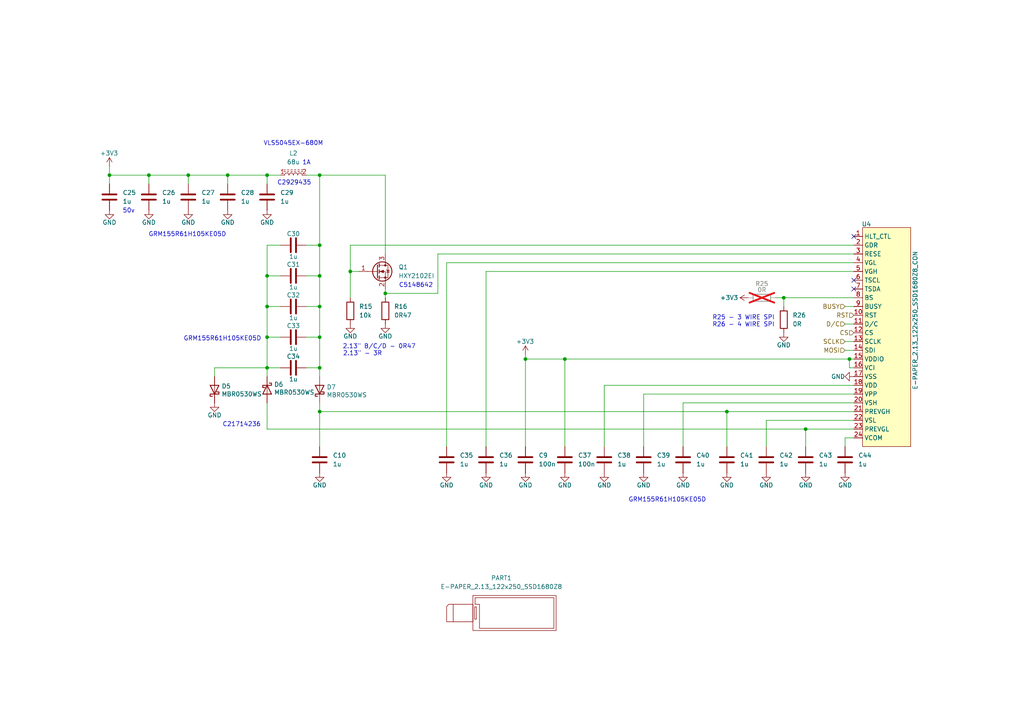
<source format=kicad_sch>
(kicad_sch (version 20231120) (generator "eeschema") (generator_version "8.0")
  (paper "A4")
  (lib_symbols
    (symbol "Device:C" (pin_numbers hide) (pin_names (offset 0.254))
      (property "Reference" "C" (at 0.635 2.54 0))
      (property "Value" "C" (at 0.635 -2.54 0))
      (symbol "C_0_1"
        (polyline (pts (xy -2.032 -0.762) (xy 2.032 -0.762)) (stroke (width 0.508)))
        (polyline (pts (xy -2.032 0.762) (xy 2.032 0.762)) (stroke (width 0.508)))
      )
      (symbol "C_1_1"
        (pin passive line (at 0 3.81 270) (length 2.794) (name "~") (number "1"))
        (pin passive line (at 0 -3.81 90) (length 2.794) (name "~") (number "2"))
      )
    )
    (symbol "Device:D_Schottky" (pin_numbers hide) (pin_names (offset 1.016) hide)
      (property "Reference" "D" (at 0 2.54 0))
      (property "Value" "D_Schottky" (at 0 -2.54 0))
      (symbol "D_Schottky_0_1"
        (polyline (pts (xy 1.27 0) (xy -1.27 0)))
        (polyline (pts (xy 1.27 1.27) (xy 1.27 -1.27) (xy -1.27 0) (xy 1.27 1.27)) (stroke (width 0.254)))
        (polyline (pts (xy -1.905 0.635) (xy -1.905 1.27) (xy -1.27 1.27) (xy -1.27 -1.27) (xy -0.635 -1.27) (xy -0.635 -0.635)) (stroke (width 0.254)))
      )
      (symbol "D_Schottky_1_1"
        (pin passive line (at -3.81 0 0) (length 2.54) (name "K") (number "1"))
        (pin passive line (at 3.81 0 180) (length 2.54) (name "A") (number "2"))
      )
    )
    (symbol "Device:L_Ferrite" (pin_names (offset 1.016) hide)
      (property "Reference" "L" (at -1.27 0 90))
      (property "Value" "L_Ferrite" (at 2.794 0 90))
      (symbol "L_Ferrite_0_1"
        (arc (start 0 -2.54) (mid 0.6323 -1.905) (end 0 -1.27))
        (arc (start 0 -1.27) (mid 0.6323 -0.635) (end 0 0))
        (polyline (pts (xy 1.016 -2.794) (xy 1.016 -2.286)))
        (polyline (pts (xy 1.016 -1.778) (xy 1.016 -1.27)))
        (polyline (pts (xy 1.016 -0.762) (xy 1.016 -0.254)))
        (polyline (pts (xy 1.016 0.254) (xy 1.016 0.762)))
        (polyline (pts (xy 1.016 1.27) (xy 1.016 1.778)))
        (polyline (pts (xy 1.016 2.286) (xy 1.016 2.794)))
        (polyline (pts (xy 1.524 -2.286) (xy 1.524 -2.794)))
        (polyline (pts (xy 1.524 -1.27) (xy 1.524 -1.778)))
        (polyline (pts (xy 1.524 -0.254) (xy 1.524 -0.762)))
        (polyline (pts (xy 1.524 0.762) (xy 1.524 0.254)))
        (polyline (pts (xy 1.524 1.778) (xy 1.524 1.27)))
        (polyline (pts (xy 1.524 2.794) (xy 1.524 2.286)))
        (arc (start 0 0) (mid 0.6323 0.635) (end 0 1.27))
        (arc (start 0 1.27) (mid 0.6323 1.905) (end 0 2.54))
      )
      (symbol "L_Ferrite_1_1"
        (pin passive line (at 0 3.81 270) (length 1.27) (name "1") (number "1"))
        (pin passive line (at 0 -3.81 90) (length 1.27) (name "2") (number "2"))
      )
    )
    (symbol "Device:Q_NMOS_GSD" (pin_names (offset 0) hide)
      (property "Reference" "Q" (at 5.08 1.27 0))
      (property "Value" "Q_NMOS_GSD" (at 5.08 -1.27 0))
      (symbol "Q_NMOS_GSD_0_1"
        (polyline (pts (xy 0.254 0) (xy -2.54 0)))
        (polyline (pts (xy 0.254 1.905) (xy 0.254 -1.905)) (stroke (width 0.254)))
        (polyline (pts (xy 0.762 -1.27) (xy 0.762 -2.286)) (stroke (width 0.254)))
        (polyline (pts (xy 0.762 0.508) (xy 0.762 -0.508)) (stroke (width 0.254)))
        (polyline (pts (xy 0.762 2.286) (xy 0.762 1.27)) (stroke (width 0.254)))
        (polyline (pts (xy 2.54 2.54) (xy 2.54 1.778)))
        (polyline (pts (xy 2.54 -2.54) (xy 2.54 0) (xy 0.762 0)))
        (polyline (pts (xy 0.762 -1.778) (xy 3.302 -1.778) (xy 3.302 1.778) (xy 0.762 1.778)))
        (polyline (pts (xy 1.016 0) (xy 2.032 0.381) (xy 2.032 -0.381) (xy 1.016 0)) (fill (type outline)))
        (polyline (pts (xy 2.794 0.508) (xy 2.921 0.381) (xy 3.683 0.381) (xy 3.81 0.254)))
        (polyline (pts (xy 3.302 0.381) (xy 2.921 -0.254) (xy 3.683 -0.254) (xy 3.302 0.381)))
        (circle (center 1.651 0) (radius 2.794) (stroke (width 0.254)))
        (circle (center 2.54 -1.778) (radius 0.254) (fill (type outline)))
        (circle (center 2.54 1.778) (radius 0.254) (fill (type outline)))
      )
      (symbol "Q_NMOS_GSD_1_1"
        (pin input line (at -5.08 0 0) (length 2.54) (name "G") (number "1"))
        (pin passive line (at 2.54 -5.08 90) (length 2.54) (name "S") (number "2"))
        (pin passive line (at 2.54 5.08 270) (length 2.54) (name "D") (number "3"))
      )
    )
    (symbol "Device:R" (pin_numbers hide) (pin_names (offset 0))
      (property "Reference" "R" (at 2.032 0 90))
      (property "Value" "R" (at 0 0 90))
      (symbol "R_0_1"
        (rectangle (start -1.016 -2.54) (end 1.016 2.54) (stroke (width 0.254)))
      )
      (symbol "R_1_1"
        (pin passive line (at 0 3.81 270) (length 1.27) (name "~") (number "1"))
        (pin passive line (at 0 -3.81 90) (length 1.27) (name "~") (number "2"))
      )
    )
    (symbol "PrjLib:E-PAPER_2.13_122x250_SSD1680Z8_CON"
      (property "Reference" "U" (at 2.54 3.81 0))
      (property "Value" "E-PAPER_2.13_122x250_SSD1680Z8_CON" (at 20.32 -62.23 0))
      (symbol "E-PAPER_2.13_122x250_SSD1680Z8_CON_1_1"
        (rectangle (start 2.54 2.54) (end 16.51 -60.96) (fill (type background)))
        (pin input line (at 0 0 0) (length 2.54) (name "HLT_CTL") (number "1"))
        (pin input line (at 0 -22.86 0) (length 2.54) (name "RST") (number "10"))
        (pin input line (at 0 -25.4 0) (length 2.54) (name "D/C") (number "11"))
        (pin input line (at 0 -27.94 0) (length 2.54) (name "CS") (number "12"))
        (pin input line (at 0 -30.48 0) (length 2.54) (name "SCLK") (number "13"))
        (pin input line (at 0 -33.02 0) (length 2.54) (name "SDI") (number "14"))
        (pin input line (at 0 -35.56 0) (length 2.54) (name "VDDIO") (number "15"))
        (pin input line (at 0 -38.1 0) (length 2.54) (name "VCI") (number "16"))
        (pin input line (at 0 -40.64 0) (length 2.54) (name "VSS") (number "17"))
        (pin input line (at 0 -43.18 0) (length 2.54) (name "VDD") (number "18"))
        (pin input line (at 0 -45.72 0) (length 2.54) (name "VPP") (number "19"))
        (pin input line (at 0 -2.54 0) (length 2.54) (name "GDR") (number "2"))
        (pin input line (at 0 -48.26 0) (length 2.54) (name "VSH") (number "20"))
        (pin input line (at 0 -50.8 0) (length 2.54) (name "PREVGH") (number "21"))
        (pin input line (at 0 -53.34 0) (length 2.54) (name "VSL") (number "22"))
        (pin input line (at 0 -55.88 0) (length 2.54) (name "PREVGL") (number "23"))
        (pin input line (at 0 -58.42 0) (length 2.54) (name "VCOM") (number "24"))
        (pin input line (at 0 -5.08 0) (length 2.54) (name "RESE") (number "3"))
        (pin input line (at 0 -7.62 0) (length 2.54) (name "VGL") (number "4"))
        (pin input line (at 0 -10.16 0) (length 2.54) (name "VGH") (number "5"))
        (pin input line (at 0 -12.7 0) (length 2.54) (name "TSCL") (number "6"))
        (pin input line (at 0 -15.24 0) (length 2.54) (name "TSDA") (number "7"))
        (pin input line (at 0 -17.78 0) (length 2.54) (name "BS") (number "8"))
        (pin input line (at 0 -20.32 0) (length 2.54) (name "BUSY") (number "9"))
        (pin input line (at 0 -40.64 0) (length 2.54) hide (name "MP") (number "MP"))
      )
    )
    (symbol "PrjLib:E-PAPER_2.13_122x250_SSD1680Z8_PART"
      (property "Reference" "PART" (at 2.54 1.27 0))
      (property "Value" "E-PAPER_2.13_122x250_SSD1680Z8" (at 12.065 -11.43 0))
      (symbol "E-PAPER_2.13_122x250_SSD1680Z8_PART_0_1"
        (polyline (pts (xy -5.715 -2.54) (xy -5.715 -7.62)))
        (polyline (pts (xy -7.62 -3.175) (xy -6.985 -2.54) (xy 0 -2.54) (xy 0 -7.62) (xy -7.62 -7.62) (xy -7.62 -3.175)))
        (polyline (pts (xy 0.635 -0.635) (xy 23.495 -0.635) (xy 23.495 -9.525) (xy 1.905 -9.525) (xy 1.905 -2.54) (xy 0.635 -2.54) (xy 0.635 -0.635)))
        (rectangle (start 0 0) (end 24.13 -10.16))
        (rectangle (start 0.508 -3.302) (end 1.016 -6.858))
      )
    )
    (symbol "power:+3V3" (power) (pin_names (offset 0))
      (property "Value" "+3V3" (at 0 3.556 0))
      (symbol "+3V3_0_1"
        (polyline (pts (xy -0.762 1.27) (xy 0 2.54)))
        (polyline (pts (xy 0 0) (xy 0 2.54)))
        (polyline (pts (xy 0 2.54) (xy 0.762 1.27)))
      )
      (symbol "+3V3_1_1"
        (pin power_in line (at 0 0 90) (length 0) hide (name "+3V3") (number "1"))
      )
    )
    (symbol "power:GND" (power) (pin_numbers hide) (pin_names (offset 0) hide)
      (property "Value" "GND" (at 0 -3.81 0))
      (symbol "GND_0_1"
        (polyline (pts (xy 0 0) (xy 0 -1.27) (xy 1.27 -1.27) (xy 0 -2.54) (xy -1.27 -1.27) (xy 0 -1.27)))
      )
      (symbol "GND_1_1"
        (pin power_in line (at 0 0 270) (length 0) (name "~") (number "1"))
      )
    )
  )
  (junction (at 163.83 104.14))
  (junction (at 227.33 86.36))
  (junction (at 152.4 104.14))
  (junction (at 92.71 97.79))
  (junction (at 77.47 50.8))
  (junction (at 31.75 50.8))
  (junction (at 66.04 50.8))
  (junction (at 92.71 119.38))
  (junction (at 92.71 71.12))
  (junction (at 92.71 106.68))
  (junction (at 77.47 106.68))
  (junction (at 101.6 78.74))
  (junction (at 246.38 104.14))
  (junction (at 77.47 80.01))
  (junction (at 210.82 119.38))
  (junction (at 233.68 124.46))
  (junction (at 54.61 50.8))
  (junction (at 77.47 88.9))
  (junction (at 92.71 50.8))
  (junction (at 92.71 88.9))
  (junction (at 43.18 50.8))
  (junction (at 92.71 80.01))
  (junction (at 111.76 85.09))
  (junction (at 77.47 97.79))
  (no_connect (at 247.65 81.28))
  (no_connect (at 247.65 68.58))
  (no_connect (at 247.65 83.82))
  (wire (pts (xy 127 73.66) (xy 127 85.09)))
  (wire (pts (xy 92.71 50.8) (xy 111.76 50.8)))
  (wire (pts (xy 31.75 53.34) (xy 31.75 50.8)))
  (wire (pts (xy 77.47 106.68) (xy 81.28 106.68)))
  (wire (pts (xy 88.9 50.8) (xy 92.71 50.8)))
  (wire (pts (xy 66.04 53.34) (xy 66.04 50.8)))
  (wire (pts (xy 92.71 88.9) (xy 92.71 80.01)))
  (wire (pts (xy 245.11 127) (xy 245.11 129.54)))
  (wire (pts (xy 129.54 76.2) (xy 247.65 76.2)))
  (wire (pts (xy 62.23 109.22) (xy 62.23 106.68)))
  (wire (pts (xy 210.82 119.38) (xy 210.82 129.54)))
  (wire (pts (xy 247.65 101.6) (xy 245.11 101.6)))
  (wire (pts (xy 88.9 80.01) (xy 92.71 80.01)))
  (wire (pts (xy 247.65 106.68) (xy 246.38 106.68)))
  (wire (pts (xy 101.6 78.74) (xy 104.14 78.74)))
  (wire (pts (xy 175.26 111.76) (xy 175.26 129.54)))
  (wire (pts (xy 127 85.09) (xy 111.76 85.09)))
  (wire (pts (xy 92.71 106.68) (xy 92.71 97.79)))
  (wire (pts (xy 77.47 71.12) (xy 77.47 80.01)))
  (wire (pts (xy 247.65 121.92) (xy 222.25 121.92)))
  (wire (pts (xy 198.12 116.84) (xy 198.12 129.54)))
  (wire (pts (xy 77.47 116.84) (xy 77.47 124.46)))
  (wire (pts (xy 140.97 129.54) (xy 140.97 78.74)))
  (wire (pts (xy 247.65 114.3) (xy 186.69 114.3)))
  (wire (pts (xy 247.65 116.84) (xy 198.12 116.84)))
  (wire (pts (xy 88.9 88.9) (xy 92.71 88.9)))
  (wire (pts (xy 111.76 85.09) (xy 111.76 86.36)))
  (wire (pts (xy 77.47 50.8) (xy 81.28 50.8)))
  (wire (pts (xy 66.04 50.8) (xy 77.47 50.8)))
  (wire (pts (xy 77.47 97.79) (xy 77.47 106.68)))
  (wire (pts (xy 111.76 83.82) (xy 111.76 85.09)))
  (wire (pts (xy 77.47 97.79) (xy 81.28 97.79)))
  (wire (pts (xy 247.65 73.66) (xy 127 73.66)))
  (wire (pts (xy 101.6 86.36) (xy 101.6 78.74)))
  (wire (pts (xy 54.61 53.34) (xy 54.61 50.8)))
  (wire (pts (xy 77.47 53.34) (xy 77.47 50.8)))
  (wire (pts (xy 77.47 88.9) (xy 77.47 80.01)))
  (wire (pts (xy 246.38 104.14) (xy 247.65 104.14)))
  (wire (pts (xy 140.97 78.74) (xy 247.65 78.74)))
  (wire (pts (xy 31.75 50.8) (xy 43.18 50.8)))
  (wire (pts (xy 247.65 124.46) (xy 233.68 124.46)))
  (wire (pts (xy 92.71 109.22) (xy 92.71 106.68)))
  (wire (pts (xy 77.47 80.01) (xy 81.28 80.01)))
  (wire (pts (xy 43.18 53.34) (xy 43.18 50.8)))
  (wire (pts (xy 222.25 121.92) (xy 222.25 129.54)))
  (wire (pts (xy 92.71 119.38) (xy 92.71 129.54)))
  (wire (pts (xy 62.23 106.68) (xy 77.47 106.68)))
  (wire (pts (xy 227.33 86.36) (xy 227.33 88.9)))
  (wire (pts (xy 92.71 97.79) (xy 92.71 88.9)))
  (wire (pts (xy 163.83 129.54) (xy 163.83 104.14)))
  (wire (pts (xy 152.4 129.54) (xy 152.4 104.14)))
  (wire (pts (xy 247.65 99.06) (xy 245.11 99.06)))
  (wire (pts (xy 31.75 48.26) (xy 31.75 50.8)))
  (wire (pts (xy 92.71 71.12) (xy 92.71 50.8)))
  (wire (pts (xy 247.65 88.9) (xy 245.11 88.9)))
  (wire (pts (xy 77.47 97.79) (xy 77.47 88.9)))
  (wire (pts (xy 247.65 93.98) (xy 245.11 93.98)))
  (wire (pts (xy 224.79 86.36) (xy 227.33 86.36)))
  (wire (pts (xy 233.68 124.46) (xy 233.68 129.54)))
  (wire (pts (xy 43.18 50.8) (xy 54.61 50.8)))
  (wire (pts (xy 247.65 119.38) (xy 210.82 119.38)))
  (wire (pts (xy 152.4 104.14) (xy 163.83 104.14)))
  (wire (pts (xy 111.76 50.8) (xy 111.76 73.66)))
  (wire (pts (xy 246.38 106.68) (xy 246.38 104.14)))
  (wire (pts (xy 101.6 71.12) (xy 101.6 78.74)))
  (wire (pts (xy 88.9 71.12) (xy 92.71 71.12)))
  (wire (pts (xy 186.69 114.3) (xy 186.69 129.54)))
  (wire (pts (xy 247.65 71.12) (xy 101.6 71.12)))
  (wire (pts (xy 77.47 71.12) (xy 81.28 71.12)))
  (wire (pts (xy 163.83 104.14) (xy 246.38 104.14)))
  (wire (pts (xy 233.68 124.46) (xy 77.47 124.46)))
  (wire (pts (xy 92.71 80.01) (xy 92.71 71.12)))
  (wire (pts (xy 92.71 116.84) (xy 92.71 119.38)))
  (wire (pts (xy 81.28 88.9) (xy 77.47 88.9)))
  (wire (pts (xy 152.4 102.87) (xy 152.4 104.14)))
  (wire (pts (xy 247.65 111.76) (xy 175.26 111.76)))
  (wire (pts (xy 129.54 129.54) (xy 129.54 76.2)))
  (wire (pts (xy 247.65 127) (xy 245.11 127)))
  (wire (pts (xy 210.82 119.38) (xy 92.71 119.38)))
  (wire (pts (xy 88.9 97.79) (xy 92.71 97.79)))
  (wire (pts (xy 77.47 106.68) (xy 77.47 109.22)))
  (wire (pts (xy 54.61 50.8) (xy 66.04 50.8)))
  (wire (pts (xy 227.33 86.36) (xy 247.65 86.36)))
  (wire (pts (xy 88.9 106.68) (xy 92.71 106.68)))
  (text "GRM155R61H105KE05D" (at 193.548 145.034 0) (effects (font (size 1.27 1.27))))
  (text "GRM155R61H105KE05D" (at 54.356 68.072 0) (effects (font (size 1.27 1.27))))
  (text "1A" (at 88.9 47.244 0) (effects (font (size 1.27 1.27))))
  (text "C21714236" (at 70.104 123.19 0) (effects (font (size 1.27 1.27))))
  (text "2.13\" B/C/D - 0R47" (at 109.982 100.584 0) (effects (font (size 1.27 1.27))))
  (text "C2929435" (at 85.344 53.086 0) (effects (font (size 1.27 1.27))))
  (text "C5148642" (at 120.65 82.804 0) (effects (font (size 1.27 1.27))))
  (text "GRM155R61H105KE05D" (at 64.516 98.298 0) (effects (font (size 1.27 1.27))))
  (text "R25 - 3 WIRE SPI\nR26 - 4 WIRE SPI" (at 215.646 93.218 0) (effects (font (size 1.27 1.27))))
  (text "VLS5045EX-680M" (at 85.09 41.656 0) (effects (font (size 1.27 1.27))))
  (text "50v\n" (at 37.338 61.214 0) (effects (font (size 1.27 1.27))))
  (text "2.13\" - 3R" (at 105.156 102.616 0) (effects (font (size 1.27 1.27))))
  (hierarchical_label "MOSI" (shape input) (at 245.11 101.6 180))
  (hierarchical_label "CS" (shape input) (at 247.65 96.52 180))
  (hierarchical_label "D{slash}C" (shape input) (at 245.11 93.98 180))
  (hierarchical_label "RST" (shape input) (at 247.65 91.44 180))
  (hierarchical_label "SCLK" (shape input) (at 245.11 99.06 180))
  (hierarchical_label "BUSY" (shape input) (at 245.11 88.9 180))
  (symbol (lib_id "power:GND") (at 101.6 93.98 0) (unit 1)
    (property "Reference" "#PWR049" (effects (hide yes)))
    (property "Value" "GND" (at 101.6 97.536 0))
    (property "Description" "Power symbol creates a global label with name \"GND\" , ground" (effects (hide yes)))
  )
  (symbol (lib_id "Device:C") (at 85.09 106.68 90) (unit 1)
    (property "Reference" "C34" (at 85.09 103.378 90))
    (property "Value" "1u" (at 85.09 109.982 90))
    (property "Footprint" "Capacitor_SMD:C_0402_1005Metric" (effects (hide yes)))
    (property "Description" "Unpolarized capacitor" (effects (hide yes)))
  )
  (symbol (lib_id "Device:L_Ferrite") (at 85.09 50.8 90) (unit 1)
    (property "Reference" "L2" (at 85.09 44.45 90))
    (property "Value" "68u" (at 85.09 46.99 90))
    (property "Footprint" "PrjLib:Cx-54_inductor_C2929435" (effects (hide yes)))
    (property "Datasheet" "https://www.lcsc.com/datasheet/lcsc_datasheet_2201121400_SHOU-HAN-CY54-68UH_C2929435.pdf" (effects (hide yes)))
    (property "Description" "Inductor with ferrite core" (effects (hide yes)))
  )
  (symbol (lib_id "power:GND") (at 198.12 137.16 0) (unit 1)
    (property "Reference" "#PWR057" (effects (hide yes)))
    (property "Value" "GND" (at 198.12 140.716 0))
    (property "Description" "Power symbol creates a global label with name \"GND\" , ground" (effects (hide yes)))
  )
  (symbol (lib_id "Device:C") (at 85.09 71.12 90) (unit 1)
    (property "Reference" "C30" (at 85.09 67.818 90))
    (property "Value" "1u" (at 85.09 74.422 90))
    (property "Footprint" "Capacitor_SMD:C_0402_1005Metric" (effects (hide yes)))
    (property "Description" "Unpolarized capacitor" (effects (hide yes)))
  )
  (symbol (lib_id "power:GND") (at 186.69 137.16 0) (unit 1)
    (property "Reference" "#PWR056" (effects (hide yes)))
    (property "Value" "GND" (at 186.69 140.716 0))
    (property "Description" "Power symbol creates a global label with name \"GND\" , ground" (effects (hide yes)))
  )
  (symbol (lib_id "Device:C") (at 85.09 80.01 90) (unit 1)
    (property "Reference" "C31" (at 85.09 76.708 90))
    (property "Value" "1u" (at 85.09 83.312 90))
    (property "Footprint" "Capacitor_SMD:C_0402_1005Metric" (effects (hide yes)))
    (property "Description" "Unpolarized capacitor" (effects (hide yes)))
  )
  (symbol (lib_id "Device:C") (at 31.75 57.15 0) (unit 1)
    (property "Reference" "C25" (at 35.56 55.8799 0) (effects (justify left)))
    (property "Value" "1u" (at 35.56 58.4199 0) (effects (justify left)))
    (property "Footprint" "Capacitor_SMD:C_0402_1005Metric" (effects (hide yes)))
    (property "Description" "Unpolarized capacitor" (effects (hide yes)))
  )
  (symbol (lib_id "power:GND") (at 245.11 137.16 0) (unit 1)
    (property "Reference" "#PWR061" (effects (hide yes)))
    (property "Value" "GND" (at 245.11 140.716 0))
    (property "Description" "Power symbol creates a global label with name \"GND\" , ground" (effects (hide yes)))
  )
  (symbol (lib_id "Device:D_Schottky") (at 62.23 113.03 90) (unit 1)
    (property "Reference" "D5" (at 64.262 112.014 90) (effects (justify right)))
    (property "Value" "MBR0530WS" (at 64.262 114.3 90) (effects (justify right)))
    (property "Footprint" "Diode_SMD:D_SOD-323" (effects (hide yes)))
    (property "Description" "Schottky diode" (effects (hide yes)))
  )
  (symbol (lib_id "Device:R") (at 111.76 90.17 0) (unit 1)
    (property "Reference" "R16" (at 114.3 88.8999 0) (effects (justify left)))
    (property "Value" "0R47" (at 114.3 91.4399 0) (effects (justify left)))
    (property "Footprint" "Resistor_SMD:R_0402_1005Metric" (effects (hide yes)))
    (property "Description" "Resistor" (effects (hide yes)))
  )
  (symbol (lib_id "Device:C") (at 85.09 97.79 90) (unit 1)
    (property "Reference" "C33" (at 85.09 94.488 90))
    (property "Value" "1u" (at 85.09 101.092 90))
    (property "Footprint" "Capacitor_SMD:C_0402_1005Metric" (effects (hide yes)))
    (property "Description" "Unpolarized capacitor" (effects (hide yes)))
  )
  (symbol (lib_id "Device:C") (at 245.11 133.35 0) (unit 1)
    (property "Reference" "C44" (at 248.92 132.0799 0) (effects (justify left)))
    (property "Value" "1u" (at 248.92 134.6199 0) (effects (justify left)))
    (property "Footprint" "Capacitor_SMD:C_0402_1005Metric" (effects (hide yes)))
    (property "Description" "Unpolarized capacitor" (effects (hide yes)))
  )
  (symbol (lib_id "Device:C") (at 54.61 57.15 0) (unit 1)
    (property "Reference" "C27" (at 58.42 55.8799 0) (effects (justify left)))
    (property "Value" "1u" (at 58.42 58.4199 0) (effects (justify left)))
    (property "Footprint" "Capacitor_SMD:C_0402_1005Metric" (effects (hide yes)))
    (property "Description" "Unpolarized capacitor" (effects (hide yes)))
  )
  (symbol (lib_id "power:GND") (at 66.04 60.96 0) (unit 1)
    (property "Reference" "#PWR047" (effects (hide yes)))
    (property "Value" "GND" (at 66.04 64.516 0))
    (property "Description" "Power symbol creates a global label with name \"GND\" , ground" (effects (hide yes)))
  )
  (symbol (lib_id "power:GND") (at 62.23 116.84 0) (unit 1)
    (property "Reference" "#PWR046" (effects (hide yes)))
    (property "Value" "GND" (at 62.23 120.396 0))
    (property "Description" "Power symbol creates a global label with name \"GND\" , ground" (effects (hide yes)))
  )
  (symbol (lib_id "Device:C") (at 66.04 57.15 0) (unit 1)
    (property "Reference" "C28" (at 69.85 55.8799 0) (effects (justify left)))
    (property "Value" "1u" (at 69.85 58.4199 0) (effects (justify left)))
    (property "Footprint" "Capacitor_SMD:C_0402_1005Metric" (effects (hide yes)))
    (property "Description" "Unpolarized capacitor" (effects (hide yes)))
  )
  (symbol (lib_id "PrjLib:E-PAPER_2.13_122x250_SSD1680Z8_CON") (at 247.65 68.58 0) (unit 1)
    (property "Reference" "U4" (at 249.936 65.024 0) (effects (justify left)))
    (property "Value" "E-PAPER_2.13_122x250_SSD1680Z8_CON" (at 265.43 113.03 90) (effects (justify left)))
    (property "Footprint" "Connector_FFC-FPC:TE_2-1734839-4_1x24-1MP_P0.5mm_Horizontal" (effects (hide yes)))
  )
  (symbol (lib_id "Device:C") (at 85.09 88.9 90) (unit 1)
    (property "Reference" "C32" (at 85.09 85.598 90))
    (property "Value" "1u" (at 85.09 92.202 90))
    (property "Footprint" "Capacitor_SMD:C_0402_1005Metric" (effects (hide yes)))
    (property "Description" "Unpolarized capacitor" (effects (hide yes)))
  )
  (symbol (lib_id "power:GND") (at 222.25 137.16 0) (unit 1)
    (property "Reference" "#PWR059" (effects (hide yes)))
    (property "Value" "GND" (at 222.25 140.716 0))
    (property "Description" "Power symbol creates a global label with name \"GND\" , ground" (effects (hide yes)))
  )
  (symbol (lib_id "Device:C") (at 198.12 133.35 0) (unit 1)
    (property "Reference" "C40" (at 201.93 132.0799 0) (effects (justify left)))
    (property "Value" "1u" (at 201.93 134.6199 0) (effects (justify left)))
    (property "Footprint" "Capacitor_SMD:C_0402_1005Metric" (effects (hide yes)))
    (property "Description" "Unpolarized capacitor" (effects (hide yes)))
  )
  (symbol (lib_id "power:GND") (at 92.71 137.16 0) (unit 1)
    (property "Reference" "#PWR03" (effects (hide yes)))
    (property "Value" "GND" (at 92.71 140.716 0))
    (property "Description" "Power symbol creates a global label with name \"GND\" , ground" (effects (hide yes)))
  )
  (symbol (lib_id "power:+3V3") (at 31.75 48.26 0) (mirror y) (unit 1)
    (property "Reference" "#PWR042" (effects (hide yes)))
    (property "Value" "+3V3" (at 34.29 44.45 0) (effects (justify left)))
  )
  (symbol (lib_id "power:GND") (at 129.54 137.16 0) (unit 1)
    (property "Reference" "#PWR051" (effects (hide yes)))
    (property "Value" "GND" (at 129.54 140.716 0))
    (property "Description" "Power symbol creates a global label with name \"GND\" , ground" (effects (hide yes)))
  )
  (symbol (lib_id "Device:R") (at 227.33 92.71 0) (unit 1)
    (property "Reference" "R26" (at 229.87 91.4399 0) (effects (justify left)))
    (property "Value" "0R" (at 229.87 93.9799 0) (effects (justify left)))
    (property "Footprint" "Resistor_SMD:R_0402_1005Metric" (effects (hide yes)))
    (property "Description" "Resistor" (effects (hide yes)))
  )
  (symbol (lib_id "power:GND") (at 140.97 137.16 0) (unit 1)
    (property "Reference" "#PWR052" (effects (hide yes)))
    (property "Value" "GND" (at 140.97 140.716 0))
    (property "Description" "Power symbol creates a global label with name \"GND\" , ground" (effects (hide yes)))
  )
  (symbol (lib_id "Device:C") (at 77.47 57.15 0) (unit 1)
    (property "Reference" "C29" (at 81.28 55.8799 0) (effects (justify left)))
    (property "Value" "1u" (at 81.28 58.4199 0) (effects (justify left)))
    (property "Footprint" "Capacitor_SMD:C_0402_1005Metric" (effects (hide yes)))
    (property "Description" "Unpolarized capacitor" (effects (hide yes)))
  )
  (symbol (lib_id "power:GND") (at 77.47 60.96 0) (unit 1)
    (property "Reference" "#PWR048" (effects (hide yes)))
    (property "Value" "GND" (at 77.47 64.516 0))
    (property "Description" "Power symbol creates a global label with name \"GND\" , ground" (effects (hide yes)))
  )
  (symbol (lib_id "power:GND") (at 163.83 137.16 0) (unit 1)
    (property "Reference" "#PWR054" (effects (hide yes)))
    (property "Value" "GND" (at 163.83 140.716 0))
    (property "Description" "Power symbol creates a global label with name \"GND\" , ground" (effects (hide yes)))
  )
  (symbol (lib_id "power:GND") (at 43.18 60.96 0) (unit 1)
    (property "Reference" "#PWR044" (effects (hide yes)))
    (property "Value" "GND" (at 43.18 64.516 0))
    (property "Description" "Power symbol creates a global label with name \"GND\" , ground" (effects (hide yes)))
  )
  (symbol (lib_id "Device:C") (at 210.82 133.35 0) (unit 1)
    (property "Reference" "C41" (at 214.63 132.0799 0) (effects (justify left)))
    (property "Value" "1u" (at 214.63 134.6199 0) (effects (justify left)))
    (property "Footprint" "Capacitor_SMD:C_0402_1005Metric" (effects (hide yes)))
    (property "Description" "Unpolarized capacitor" (effects (hide yes)))
  )
  (symbol (lib_id "Device:D_Schottky") (at 77.47 113.03 270) (unit 1)
    (property "Reference" "D6" (at 79.502 111.506 90) (effects (justify left)))
    (property "Value" "MBR0530WS" (at 79.502 113.792 90) (effects (justify left)))
    (property "Footprint" "Diode_SMD:D_SOD-323" (effects (hide yes)))
    (property "Description" "Schottky diode" (effects (hide yes)))
  )
  (symbol (lib_id "power:GND") (at 54.61 60.96 0) (unit 1)
    (property "Reference" "#PWR045" (effects (hide yes)))
    (property "Value" "GND" (at 54.61 64.516 0))
    (property "Description" "Power symbol creates a global label with name \"GND\" , ground" (effects (hide yes)))
  )
  (symbol (lib_id "power:GND") (at 31.75 60.96 0) (unit 1)
    (property "Reference" "#PWR043" (effects (hide yes)))
    (property "Value" "GND" (at 31.75 64.516 0))
    (property "Description" "Power symbol creates a global label with name \"GND\" , ground" (effects (hide yes)))
  )
  (symbol (lib_id "Device:C") (at 140.97 133.35 0) (unit 1)
    (property "Reference" "C36" (at 144.78 132.0799 0) (effects (justify left)))
    (property "Value" "1u" (at 144.78 134.6199 0) (effects (justify left)))
    (property "Footprint" "Capacitor_SMD:C_0402_1005Metric" (effects (hide yes)))
    (property "Description" "Unpolarized capacitor" (effects (hide yes)))
  )
  (symbol (lib_id "Device:R") (at 220.98 86.36 90) (unit 1) (dnp yes)
    (property "Reference" "R25" (at 220.98 82.296 90))
    (property "Value" "0R" (at 220.98 84.074 90))
    (property "Footprint" "Resistor_SMD:R_0402_1005Metric" (effects (hide yes)))
    (property "Description" "Resistor" (effects (hide yes)))
  )
  (symbol (lib_id "Device:C") (at 233.68 133.35 0) (unit 1)
    (property "Reference" "C43" (at 237.49 132.0799 0) (effects (justify left)))
    (property "Value" "1u" (at 237.49 134.6199 0) (effects (justify left)))
    (property "Footprint" "Capacitor_SMD:C_0402_1005Metric" (effects (hide yes)))
    (property "Description" "Unpolarized capacitor" (effects (hide yes)))
  )
  (symbol (lib_id "power:+3V3") (at 152.4 102.87 0) (mirror y) (unit 1)
    (property "Reference" "#PWR053" (effects (hide yes)))
    (property "Value" "+3V3" (at 154.94 99.06 0) (effects (justify left)))
  )
  (symbol (lib_id "Device:D_Schottky") (at 92.71 113.03 90) (unit 1)
    (property "Reference" "D7" (at 94.742 112.268 90) (effects (justify right)))
    (property "Value" "MBR0530WS" (at 94.742 114.554 90) (effects (justify right)))
    (property "Footprint" "Diode_SMD:D_SOD-323" (effects (hide yes)))
    (property "Description" "Schottky diode" (effects (hide yes)))
  )
  (symbol (lib_id "Device:C") (at 129.54 133.35 0) (unit 1)
    (property "Reference" "C35" (at 133.35 132.0799 0) (effects (justify left)))
    (property "Value" "1u" (at 133.35 134.6199 0) (effects (justify left)))
    (property "Footprint" "Capacitor_SMD:C_0402_1005Metric" (effects (hide yes)))
    (property "Description" "Unpolarized capacitor" (effects (hide yes)))
  )
  (symbol (lib_id "power:GND") (at 210.82 137.16 0) (unit 1)
    (property "Reference" "#PWR058" (effects (hide yes)))
    (property "Value" "GND" (at 210.82 140.716 0))
    (property "Description" "Power symbol creates a global label with name \"GND\" , ground" (effects (hide yes)))
  )
  (symbol (lib_id "PrjLib:E-PAPER_2.13_122x250_SSD1680Z8_PART") (at 137.16 172.72 0) (unit 1)
    (property "Reference" "PART1" (at 145.415 167.64 0))
    (property "Value" "E-PAPER_2.13_122x250_SSD1680Z8" (at 145.415 170.18 0))
    (property "Footprint" "prj_footprint:E-PAPER_2.13_122x250_SSD1680Z8" (effects (hide yes)))
  )
  (symbol (lib_id "power:GND") (at 247.65 109.22 270) (unit 1)
    (property "Reference" "#PWR062" (effects (hide yes)))
    (property "Value" "GND" (at 243.078 109.22 90))
    (property "Description" "Power symbol creates a global label with name \"GND\" , ground" (effects (hide yes)))
  )
  (symbol (lib_id "power:GND") (at 175.26 137.16 0) (unit 1)
    (property "Reference" "#PWR055" (effects (hide yes)))
    (property "Value" "GND" (at 175.26 140.716 0))
    (property "Description" "Power symbol creates a global label with name \"GND\" , ground" (effects (hide yes)))
  )
  (symbol (lib_id "power:GND") (at 227.33 96.52 0) (unit 1)
    (property "Reference" "#PWR019" (effects (hide yes)))
    (property "Value" "GND" (at 227.33 100.076 0))
    (property "Description" "Power symbol creates a global label with name \"GND\" , ground" (effects (hide yes)))
  )
  (symbol (lib_id "Device:C") (at 163.83 133.35 0) (unit 1)
    (property "Reference" "C37" (at 167.64 132.0799 0) (effects (justify left)))
    (property "Value" "100n" (at 167.64 134.6199 0) (effects (justify left)))
    (property "Footprint" "Capacitor_SMD:C_0402_1005Metric" (effects (hide yes)))
    (property "Description" "Unpolarized capacitor" (effects (hide yes)))
  )
  (symbol (lib_id "Device:C") (at 222.25 133.35 0) (unit 1)
    (property "Reference" "C42" (at 226.06 132.0799 0) (effects (justify left)))
    (property "Value" "1u" (at 226.06 134.6199 0) (effects (justify left)))
    (property "Footprint" "Capacitor_SMD:C_0402_1005Metric" (effects (hide yes)))
    (property "Description" "Unpolarized capacitor" (effects (hide yes)))
  )
  (symbol (lib_id "power:GND") (at 152.4 137.16 0) (unit 1)
    (property "Reference" "#PWR067" (effects (hide yes)))
    (property "Value" "GND" (at 152.4 140.716 0))
    (property "Description" "Power symbol creates a global label with name \"GND\" , ground" (effects (hide yes)))
  )
  (symbol (lib_id "Device:C") (at 92.71 133.35 0) (unit 1)
    (property "Reference" "C10" (at 96.52 132.0799 0) (effects (justify left)))
    (property "Value" "1u" (at 96.52 134.6199 0) (effects (justify left)))
    (property "Footprint" "Capacitor_SMD:C_0402_1005Metric" (effects (hide yes)))
    (property "Description" "Unpolarized capacitor" (effects (hide yes)))
  )
  (symbol (lib_id "Device:C") (at 175.26 133.35 0) (unit 1)
    (property "Reference" "C38" (at 179.07 132.0799 0) (effects (justify left)))
    (property "Value" "1u" (at 179.07 134.6199 0) (effects (justify left)))
    (property "Footprint" "Capacitor_SMD:C_0402_1005Metric" (effects (hide yes)))
    (property "Description" "Unpolarized capacitor" (effects (hide yes)))
  )
  (symbol (lib_id "Device:R") (at 101.6 90.17 0) (unit 1)
    (property "Reference" "R15" (at 104.14 88.8999 0) (effects (justify left)))
    (property "Value" "10k" (at 104.14 91.4399 0) (effects (justify left)))
    (property "Footprint" "Resistor_SMD:R_0402_1005Metric" (effects (hide yes)))
    (property "Description" "Resistor" (effects (hide yes)))
  )
  (symbol (lib_id "Device:Q_NMOS_GSD") (at 109.22 78.74 0) (unit 1)
    (property "Reference" "Q1" (at 115.57 77.4699 0) (effects (justify left)))
    (property "Value" "HXY2102EI" (at 115.57 80.0099 0) (effects (justify left)))
    (property "Footprint" "Package_TO_SOT_SMD:SOT-323_SC-70" (effects (hide yes)))
    (property "Description" "N-MOSFET transistor, gate/source/drain" (effects (hide yes)))
  )
  (symbol (lib_id "power:GND") (at 233.68 137.16 0) (unit 1)
    (property "Reference" "#PWR060" (effects (hide yes)))
    (property "Value" "GND" (at 233.68 140.716 0))
    (property "Description" "Power symbol creates a global label with name \"GND\" , ground" (effects (hide yes)))
  )
  (symbol (lib_id "Device:C") (at 186.69 133.35 0) (unit 1)
    (property "Reference" "C39" (at 190.5 132.0799 0) (effects (justify left)))
    (property "Value" "1u" (at 190.5 134.6199 0) (effects (justify left)))
    (property "Footprint" "Capacitor_SMD:C_0402_1005Metric" (effects (hide yes)))
    (property "Description" "Unpolarized capacitor" (effects (hide yes)))
  )
  (symbol (lib_id "Device:C") (at 152.4 133.35 0) (unit 1)
    (property "Reference" "C9" (at 156.21 132.0799 0) (effects (justify left)))
    (property "Value" "100n" (at 156.21 134.6199 0) (effects (justify left)))
    (property "Footprint" "Capacitor_SMD:C_0402_1005Metric" (effects (hide yes)))
    (property "Description" "Unpolarized capacitor" (effects (hide yes)))
  )
  (symbol (lib_id "Device:C") (at 43.18 57.15 0) (unit 1)
    (property "Reference" "C26" (at 46.99 55.8799 0) (effects (justify left)))
    (property "Value" "1u" (at 46.99 58.4199 0) (effects (justify left)))
    (property "Footprint" "Capacitor_SMD:C_0402_1005Metric" (effects (hide yes)))
    (property "Description" "Unpolarized capacitor" (effects (hide yes)))
  )
  (symbol (lib_id "power:+3V3") (at 217.17 86.36 90) (mirror x) (unit 1)
    (property "Reference" "#PWR022" (effects (hide yes)))
    (property "Value" "+3V3" (at 214.122 86.36 90) (effects (justify left)))
  )
  (symbol (lib_id "power:GND") (at 111.76 93.98 0) (unit 1)
    (property "Reference" "#PWR050" (effects (hide yes)))
    (property "Value" "GND" (at 111.76 97.536 0))
    (property "Description" "Power symbol creates a global label with name \"GND\" , ground" (effects (hide yes)))
  )
)
</source>
